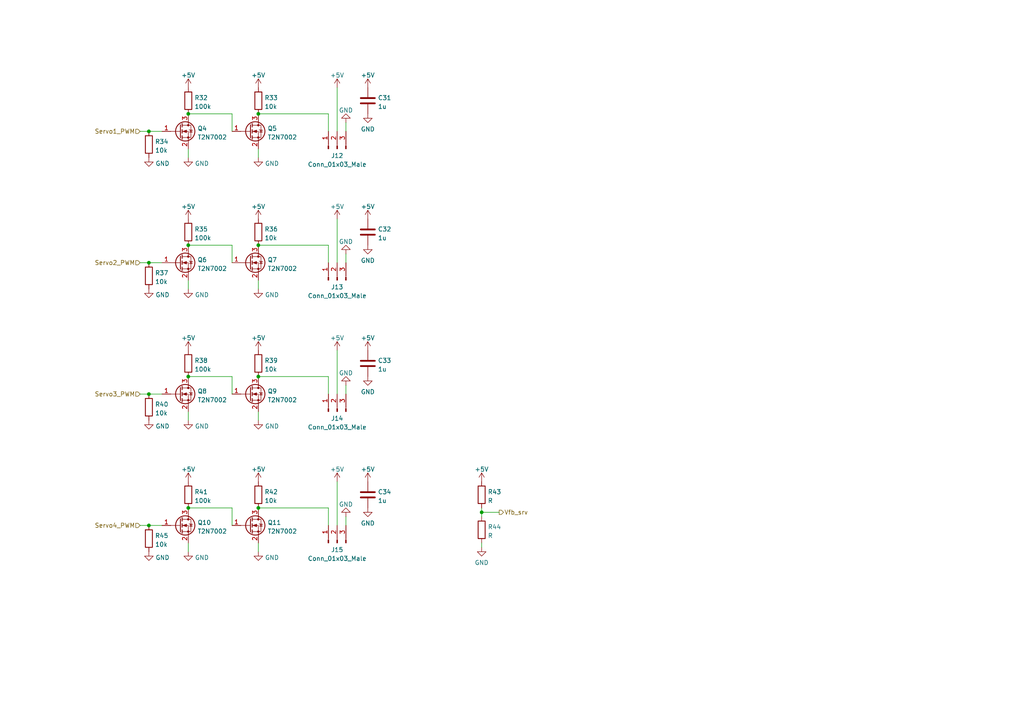
<source format=kicad_sch>
(kicad_sch (version 20211123) (generator eeschema)

  (uuid 24b1a6a4-7e4d-4c10-8d80-e7472bdabc3d)

  (paper "A4")

  (lib_symbols
    (symbol "Connector:Conn_01x03_Male" (pin_names (offset 1.016) hide) (in_bom yes) (on_board yes)
      (property "Reference" "J" (id 0) (at 0 5.08 0)
        (effects (font (size 1.27 1.27)))
      )
      (property "Value" "Conn_01x03_Male" (id 1) (at 0 -5.08 0)
        (effects (font (size 1.27 1.27)))
      )
      (property "Footprint" "" (id 2) (at 0 0 0)
        (effects (font (size 1.27 1.27)) hide)
      )
      (property "Datasheet" "~" (id 3) (at 0 0 0)
        (effects (font (size 1.27 1.27)) hide)
      )
      (property "ki_keywords" "connector" (id 4) (at 0 0 0)
        (effects (font (size 1.27 1.27)) hide)
      )
      (property "ki_description" "Generic connector, single row, 01x03, script generated (kicad-library-utils/schlib/autogen/connector/)" (id 5) (at 0 0 0)
        (effects (font (size 1.27 1.27)) hide)
      )
      (property "ki_fp_filters" "Connector*:*_1x??_*" (id 6) (at 0 0 0)
        (effects (font (size 1.27 1.27)) hide)
      )
      (symbol "Conn_01x03_Male_1_1"
        (polyline
          (pts
            (xy 1.27 -2.54)
            (xy 0.8636 -2.54)
          )
          (stroke (width 0.1524) (type default) (color 0 0 0 0))
          (fill (type none))
        )
        (polyline
          (pts
            (xy 1.27 0)
            (xy 0.8636 0)
          )
          (stroke (width 0.1524) (type default) (color 0 0 0 0))
          (fill (type none))
        )
        (polyline
          (pts
            (xy 1.27 2.54)
            (xy 0.8636 2.54)
          )
          (stroke (width 0.1524) (type default) (color 0 0 0 0))
          (fill (type none))
        )
        (rectangle (start 0.8636 -2.413) (end 0 -2.667)
          (stroke (width 0.1524) (type default) (color 0 0 0 0))
          (fill (type outline))
        )
        (rectangle (start 0.8636 0.127) (end 0 -0.127)
          (stroke (width 0.1524) (type default) (color 0 0 0 0))
          (fill (type outline))
        )
        (rectangle (start 0.8636 2.667) (end 0 2.413)
          (stroke (width 0.1524) (type default) (color 0 0 0 0))
          (fill (type outline))
        )
        (pin passive line (at 5.08 2.54 180) (length 3.81)
          (name "Pin_1" (effects (font (size 1.27 1.27))))
          (number "1" (effects (font (size 1.27 1.27))))
        )
        (pin passive line (at 5.08 0 180) (length 3.81)
          (name "Pin_2" (effects (font (size 1.27 1.27))))
          (number "2" (effects (font (size 1.27 1.27))))
        )
        (pin passive line (at 5.08 -2.54 180) (length 3.81)
          (name "Pin_3" (effects (font (size 1.27 1.27))))
          (number "3" (effects (font (size 1.27 1.27))))
        )
      )
    )
    (symbol "Device:C" (pin_numbers hide) (pin_names (offset 0.254)) (in_bom yes) (on_board yes)
      (property "Reference" "C" (id 0) (at 0.635 2.54 0)
        (effects (font (size 1.27 1.27)) (justify left))
      )
      (property "Value" "C" (id 1) (at 0.635 -2.54 0)
        (effects (font (size 1.27 1.27)) (justify left))
      )
      (property "Footprint" "" (id 2) (at 0.9652 -3.81 0)
        (effects (font (size 1.27 1.27)) hide)
      )
      (property "Datasheet" "~" (id 3) (at 0 0 0)
        (effects (font (size 1.27 1.27)) hide)
      )
      (property "ki_keywords" "cap capacitor" (id 4) (at 0 0 0)
        (effects (font (size 1.27 1.27)) hide)
      )
      (property "ki_description" "Unpolarized capacitor" (id 5) (at 0 0 0)
        (effects (font (size 1.27 1.27)) hide)
      )
      (property "ki_fp_filters" "C_*" (id 6) (at 0 0 0)
        (effects (font (size 1.27 1.27)) hide)
      )
      (symbol "C_0_1"
        (polyline
          (pts
            (xy -2.032 -0.762)
            (xy 2.032 -0.762)
          )
          (stroke (width 0.508) (type default) (color 0 0 0 0))
          (fill (type none))
        )
        (polyline
          (pts
            (xy -2.032 0.762)
            (xy 2.032 0.762)
          )
          (stroke (width 0.508) (type default) (color 0 0 0 0))
          (fill (type none))
        )
      )
      (symbol "C_1_1"
        (pin passive line (at 0 3.81 270) (length 2.794)
          (name "~" (effects (font (size 1.27 1.27))))
          (number "1" (effects (font (size 1.27 1.27))))
        )
        (pin passive line (at 0 -3.81 90) (length 2.794)
          (name "~" (effects (font (size 1.27 1.27))))
          (number "2" (effects (font (size 1.27 1.27))))
        )
      )
    )
    (symbol "Device:Q_NMOS_GSD" (pin_names (offset 0) hide) (in_bom yes) (on_board yes)
      (property "Reference" "Q" (id 0) (at 5.08 1.27 0)
        (effects (font (size 1.27 1.27)) (justify left))
      )
      (property "Value" "Q_NMOS_GSD" (id 1) (at 5.08 -1.27 0)
        (effects (font (size 1.27 1.27)) (justify left))
      )
      (property "Footprint" "" (id 2) (at 5.08 2.54 0)
        (effects (font (size 1.27 1.27)) hide)
      )
      (property "Datasheet" "~" (id 3) (at 0 0 0)
        (effects (font (size 1.27 1.27)) hide)
      )
      (property "ki_keywords" "transistor NMOS N-MOS N-MOSFET" (id 4) (at 0 0 0)
        (effects (font (size 1.27 1.27)) hide)
      )
      (property "ki_description" "N-MOSFET transistor, gate/source/drain" (id 5) (at 0 0 0)
        (effects (font (size 1.27 1.27)) hide)
      )
      (symbol "Q_NMOS_GSD_0_1"
        (polyline
          (pts
            (xy 0.254 0)
            (xy -2.54 0)
          )
          (stroke (width 0) (type default) (color 0 0 0 0))
          (fill (type none))
        )
        (polyline
          (pts
            (xy 0.254 1.905)
            (xy 0.254 -1.905)
          )
          (stroke (width 0.254) (type default) (color 0 0 0 0))
          (fill (type none))
        )
        (polyline
          (pts
            (xy 0.762 -1.27)
            (xy 0.762 -2.286)
          )
          (stroke (width 0.254) (type default) (color 0 0 0 0))
          (fill (type none))
        )
        (polyline
          (pts
            (xy 0.762 0.508)
            (xy 0.762 -0.508)
          )
          (stroke (width 0.254) (type default) (color 0 0 0 0))
          (fill (type none))
        )
        (polyline
          (pts
            (xy 0.762 2.286)
            (xy 0.762 1.27)
          )
          (stroke (width 0.254) (type default) (color 0 0 0 0))
          (fill (type none))
        )
        (polyline
          (pts
            (xy 2.54 2.54)
            (xy 2.54 1.778)
          )
          (stroke (width 0) (type default) (color 0 0 0 0))
          (fill (type none))
        )
        (polyline
          (pts
            (xy 2.54 -2.54)
            (xy 2.54 0)
            (xy 0.762 0)
          )
          (stroke (width 0) (type default) (color 0 0 0 0))
          (fill (type none))
        )
        (polyline
          (pts
            (xy 0.762 -1.778)
            (xy 3.302 -1.778)
            (xy 3.302 1.778)
            (xy 0.762 1.778)
          )
          (stroke (width 0) (type default) (color 0 0 0 0))
          (fill (type none))
        )
        (polyline
          (pts
            (xy 1.016 0)
            (xy 2.032 0.381)
            (xy 2.032 -0.381)
            (xy 1.016 0)
          )
          (stroke (width 0) (type default) (color 0 0 0 0))
          (fill (type outline))
        )
        (polyline
          (pts
            (xy 2.794 0.508)
            (xy 2.921 0.381)
            (xy 3.683 0.381)
            (xy 3.81 0.254)
          )
          (stroke (width 0) (type default) (color 0 0 0 0))
          (fill (type none))
        )
        (polyline
          (pts
            (xy 3.302 0.381)
            (xy 2.921 -0.254)
            (xy 3.683 -0.254)
            (xy 3.302 0.381)
          )
          (stroke (width 0) (type default) (color 0 0 0 0))
          (fill (type none))
        )
        (circle (center 1.651 0) (radius 2.794)
          (stroke (width 0.254) (type default) (color 0 0 0 0))
          (fill (type none))
        )
        (circle (center 2.54 -1.778) (radius 0.254)
          (stroke (width 0) (type default) (color 0 0 0 0))
          (fill (type outline))
        )
        (circle (center 2.54 1.778) (radius 0.254)
          (stroke (width 0) (type default) (color 0 0 0 0))
          (fill (type outline))
        )
      )
      (symbol "Q_NMOS_GSD_1_1"
        (pin input line (at -5.08 0 0) (length 2.54)
          (name "G" (effects (font (size 1.27 1.27))))
          (number "1" (effects (font (size 1.27 1.27))))
        )
        (pin passive line (at 2.54 -5.08 90) (length 2.54)
          (name "S" (effects (font (size 1.27 1.27))))
          (number "2" (effects (font (size 1.27 1.27))))
        )
        (pin passive line (at 2.54 5.08 270) (length 2.54)
          (name "D" (effects (font (size 1.27 1.27))))
          (number "3" (effects (font (size 1.27 1.27))))
        )
      )
    )
    (symbol "Device:R" (pin_numbers hide) (pin_names (offset 0)) (in_bom yes) (on_board yes)
      (property "Reference" "R" (id 0) (at 2.032 0 90)
        (effects (font (size 1.27 1.27)))
      )
      (property "Value" "R" (id 1) (at 0 0 90)
        (effects (font (size 1.27 1.27)))
      )
      (property "Footprint" "" (id 2) (at -1.778 0 90)
        (effects (font (size 1.27 1.27)) hide)
      )
      (property "Datasheet" "~" (id 3) (at 0 0 0)
        (effects (font (size 1.27 1.27)) hide)
      )
      (property "ki_keywords" "R res resistor" (id 4) (at 0 0 0)
        (effects (font (size 1.27 1.27)) hide)
      )
      (property "ki_description" "Resistor" (id 5) (at 0 0 0)
        (effects (font (size 1.27 1.27)) hide)
      )
      (property "ki_fp_filters" "R_*" (id 6) (at 0 0 0)
        (effects (font (size 1.27 1.27)) hide)
      )
      (symbol "R_0_1"
        (rectangle (start -1.016 -2.54) (end 1.016 2.54)
          (stroke (width 0.254) (type default) (color 0 0 0 0))
          (fill (type none))
        )
      )
      (symbol "R_1_1"
        (pin passive line (at 0 3.81 270) (length 1.27)
          (name "~" (effects (font (size 1.27 1.27))))
          (number "1" (effects (font (size 1.27 1.27))))
        )
        (pin passive line (at 0 -3.81 90) (length 1.27)
          (name "~" (effects (font (size 1.27 1.27))))
          (number "2" (effects (font (size 1.27 1.27))))
        )
      )
    )
    (symbol "power:+5V" (power) (pin_names (offset 0)) (in_bom yes) (on_board yes)
      (property "Reference" "#PWR" (id 0) (at 0 -3.81 0)
        (effects (font (size 1.27 1.27)) hide)
      )
      (property "Value" "+5V" (id 1) (at 0 3.556 0)
        (effects (font (size 1.27 1.27)))
      )
      (property "Footprint" "" (id 2) (at 0 0 0)
        (effects (font (size 1.27 1.27)) hide)
      )
      (property "Datasheet" "" (id 3) (at 0 0 0)
        (effects (font (size 1.27 1.27)) hide)
      )
      (property "ki_keywords" "power-flag" (id 4) (at 0 0 0)
        (effects (font (size 1.27 1.27)) hide)
      )
      (property "ki_description" "Power symbol creates a global label with name \"+5V\"" (id 5) (at 0 0 0)
        (effects (font (size 1.27 1.27)) hide)
      )
      (symbol "+5V_0_1"
        (polyline
          (pts
            (xy -0.762 1.27)
            (xy 0 2.54)
          )
          (stroke (width 0) (type default) (color 0 0 0 0))
          (fill (type none))
        )
        (polyline
          (pts
            (xy 0 0)
            (xy 0 2.54)
          )
          (stroke (width 0) (type default) (color 0 0 0 0))
          (fill (type none))
        )
        (polyline
          (pts
            (xy 0 2.54)
            (xy 0.762 1.27)
          )
          (stroke (width 0) (type default) (color 0 0 0 0))
          (fill (type none))
        )
      )
      (symbol "+5V_1_1"
        (pin power_in line (at 0 0 90) (length 0) hide
          (name "+5V" (effects (font (size 1.27 1.27))))
          (number "1" (effects (font (size 1.27 1.27))))
        )
      )
    )
    (symbol "power:GND" (power) (pin_names (offset 0)) (in_bom yes) (on_board yes)
      (property "Reference" "#PWR" (id 0) (at 0 -6.35 0)
        (effects (font (size 1.27 1.27)) hide)
      )
      (property "Value" "GND" (id 1) (at 0 -3.81 0)
        (effects (font (size 1.27 1.27)))
      )
      (property "Footprint" "" (id 2) (at 0 0 0)
        (effects (font (size 1.27 1.27)) hide)
      )
      (property "Datasheet" "" (id 3) (at 0 0 0)
        (effects (font (size 1.27 1.27)) hide)
      )
      (property "ki_keywords" "power-flag" (id 4) (at 0 0 0)
        (effects (font (size 1.27 1.27)) hide)
      )
      (property "ki_description" "Power symbol creates a global label with name \"GND\" , ground" (id 5) (at 0 0 0)
        (effects (font (size 1.27 1.27)) hide)
      )
      (symbol "GND_0_1"
        (polyline
          (pts
            (xy 0 0)
            (xy 0 -1.27)
            (xy 1.27 -1.27)
            (xy 0 -2.54)
            (xy -1.27 -1.27)
            (xy 0 -1.27)
          )
          (stroke (width 0) (type default) (color 0 0 0 0))
          (fill (type none))
        )
      )
      (symbol "GND_1_1"
        (pin power_in line (at 0 0 270) (length 0) hide
          (name "GND" (effects (font (size 1.27 1.27))))
          (number "1" (effects (font (size 1.27 1.27))))
        )
      )
    )
  )

  (junction (at 43.18 152.4) (diameter 0) (color 0 0 0 0)
    (uuid 3b194982-dbf2-488e-a929-8a3354c48f57)
  )
  (junction (at 74.93 71.12) (diameter 0) (color 0 0 0 0)
    (uuid 3dd86ae5-0858-45be-87b8-e824eba5e155)
  )
  (junction (at 139.7 148.59) (diameter 0) (color 0 0 0 0)
    (uuid 41622d12-7386-4865-80c2-4a0f67b0285f)
  )
  (junction (at 74.93 33.02) (diameter 0) (color 0 0 0 0)
    (uuid 4a8be1f3-2af2-4fc2-b55a-b1d1bca325ec)
  )
  (junction (at 43.18 38.1) (diameter 0) (color 0 0 0 0)
    (uuid 4b3a2aec-e7c5-4740-94b3-04133403ac1e)
  )
  (junction (at 74.93 147.32) (diameter 0) (color 0 0 0 0)
    (uuid 7b9b126d-afa6-42a7-a6e7-463701614f34)
  )
  (junction (at 54.61 147.32) (diameter 0) (color 0 0 0 0)
    (uuid 8c6937df-e65c-4f18-bf70-4dd3b4822e25)
  )
  (junction (at 54.61 109.22) (diameter 0) (color 0 0 0 0)
    (uuid 9c658637-9625-4db2-9369-a51637d377f2)
  )
  (junction (at 54.61 71.12) (diameter 0) (color 0 0 0 0)
    (uuid a118f267-48b6-4455-8423-43175c5c557c)
  )
  (junction (at 54.61 33.02) (diameter 0) (color 0 0 0 0)
    (uuid a385128b-ade5-4c38-a3cc-05fb811343d4)
  )
  (junction (at 43.18 114.3) (diameter 0) (color 0 0 0 0)
    (uuid cae4f149-0fb7-4188-8e78-f1920e275653)
  )
  (junction (at 43.18 76.2) (diameter 0) (color 0 0 0 0)
    (uuid e42c7bf6-632a-4adb-95a5-8aa496ab991e)
  )
  (junction (at 74.93 109.22) (diameter 0) (color 0 0 0 0)
    (uuid f148635d-8277-49ce-9e29-20f310dc7d1f)
  )

  (wire (pts (xy 67.31 147.32) (xy 54.61 147.32))
    (stroke (width 0) (type default) (color 0 0 0 0))
    (uuid 00bfe36a-b2cd-434d-9355-ffe3768dd6e7)
  )
  (wire (pts (xy 139.7 147.32) (xy 139.7 148.59))
    (stroke (width 0) (type default) (color 0 0 0 0))
    (uuid 0d7da0e7-2480-41a3-9894-3b415f7d7941)
  )
  (wire (pts (xy 74.93 109.22) (xy 95.25 109.22))
    (stroke (width 0) (type default) (color 0 0 0 0))
    (uuid 11b29729-5469-4c60-b9de-aa404efe19fb)
  )
  (wire (pts (xy 40.64 38.1) (xy 43.18 38.1))
    (stroke (width 0) (type default) (color 0 0 0 0))
    (uuid 121b3b4f-5c33-4513-97a8-b2e8e32e77e8)
  )
  (wire (pts (xy 67.31 33.02) (xy 54.61 33.02))
    (stroke (width 0) (type default) (color 0 0 0 0))
    (uuid 15f14a06-dc89-49f7-8653-20c262456216)
  )
  (wire (pts (xy 97.79 101.6) (xy 97.79 114.3))
    (stroke (width 0) (type default) (color 0 0 0 0))
    (uuid 18eec870-2168-48bd-913d-a9631c79d6d2)
  )
  (wire (pts (xy 54.61 83.82) (xy 54.61 81.28))
    (stroke (width 0) (type default) (color 0 0 0 0))
    (uuid 1fc57048-d6b4-453d-a495-ddcade8eba01)
  )
  (wire (pts (xy 54.61 121.92) (xy 54.61 119.38))
    (stroke (width 0) (type default) (color 0 0 0 0))
    (uuid 21583884-c0ff-4419-b885-7aa3ab6aae9c)
  )
  (wire (pts (xy 67.31 152.4) (xy 67.31 147.32))
    (stroke (width 0) (type default) (color 0 0 0 0))
    (uuid 26efde96-3c07-4403-a1b4-2d0b0458b611)
  )
  (wire (pts (xy 43.18 152.4) (xy 46.99 152.4))
    (stroke (width 0) (type default) (color 0 0 0 0))
    (uuid 290eac24-e375-4abb-90aa-8f514ef85915)
  )
  (wire (pts (xy 95.25 33.02) (xy 95.25 38.1))
    (stroke (width 0) (type default) (color 0 0 0 0))
    (uuid 29ac4794-ea47-407a-be29-a268936ae3eb)
  )
  (wire (pts (xy 100.33 111.76) (xy 100.33 114.3))
    (stroke (width 0) (type default) (color 0 0 0 0))
    (uuid 2a4f15ef-f298-45ea-b67d-988495ec3075)
  )
  (wire (pts (xy 139.7 158.75) (xy 139.7 157.48))
    (stroke (width 0) (type default) (color 0 0 0 0))
    (uuid 384a50ed-57a3-412a-97e8-fc0a863db5bd)
  )
  (wire (pts (xy 40.64 114.3) (xy 43.18 114.3))
    (stroke (width 0) (type default) (color 0 0 0 0))
    (uuid 562025d8-d388-4bdc-b2eb-dae801a2b678)
  )
  (wire (pts (xy 74.93 121.92) (xy 74.93 119.38))
    (stroke (width 0) (type default) (color 0 0 0 0))
    (uuid 5c040f82-4f11-44d3-ab2b-094ee3f64694)
  )
  (wire (pts (xy 74.93 147.32) (xy 95.25 147.32))
    (stroke (width 0) (type default) (color 0 0 0 0))
    (uuid 602054f2-3aa2-4f65-a0b9-4575841c0943)
  )
  (wire (pts (xy 97.79 63.5) (xy 97.79 76.2))
    (stroke (width 0) (type default) (color 0 0 0 0))
    (uuid 6336902d-290d-4b4a-b3af-7f73bcefb9de)
  )
  (wire (pts (xy 40.64 152.4) (xy 43.18 152.4))
    (stroke (width 0) (type default) (color 0 0 0 0))
    (uuid 67b9a8a2-0e09-4f56-af34-8bb4391122a7)
  )
  (wire (pts (xy 100.33 35.56) (xy 100.33 38.1))
    (stroke (width 0) (type default) (color 0 0 0 0))
    (uuid 6908523e-ee94-4043-8652-d3550d4b6d53)
  )
  (wire (pts (xy 95.25 147.32) (xy 95.25 152.4))
    (stroke (width 0) (type default) (color 0 0 0 0))
    (uuid 6bca89a1-3a07-4e30-acf3-ecb2314f053f)
  )
  (wire (pts (xy 67.31 38.1) (xy 67.31 33.02))
    (stroke (width 0) (type default) (color 0 0 0 0))
    (uuid 765d5c2e-eff8-48e5-9208-cfbf6efcb375)
  )
  (wire (pts (xy 43.18 114.3) (xy 46.99 114.3))
    (stroke (width 0) (type default) (color 0 0 0 0))
    (uuid 899211ac-6809-4310-89d3-3c558cac5739)
  )
  (wire (pts (xy 54.61 160.02) (xy 54.61 157.48))
    (stroke (width 0) (type default) (color 0 0 0 0))
    (uuid 8d19992d-93d0-4e12-a5d9-ac0793db6851)
  )
  (wire (pts (xy 97.79 139.7) (xy 97.79 152.4))
    (stroke (width 0) (type default) (color 0 0 0 0))
    (uuid 91af3c17-19e3-4456-84ce-2a14cab8651a)
  )
  (wire (pts (xy 100.33 149.86) (xy 100.33 152.4))
    (stroke (width 0) (type default) (color 0 0 0 0))
    (uuid 9409fb4d-ce6c-4080-96b1-80caeccbf592)
  )
  (wire (pts (xy 67.31 109.22) (xy 54.61 109.22))
    (stroke (width 0) (type default) (color 0 0 0 0))
    (uuid 98855aff-b359-4dab-9511-ed06aefd55fe)
  )
  (wire (pts (xy 74.93 83.82) (xy 74.93 81.28))
    (stroke (width 0) (type default) (color 0 0 0 0))
    (uuid aca5fe5a-db86-4f23-8114-fa0f23cf0ac0)
  )
  (wire (pts (xy 43.18 76.2) (xy 46.99 76.2))
    (stroke (width 0) (type default) (color 0 0 0 0))
    (uuid ace5feba-ab5a-42fc-9407-feec6e261601)
  )
  (wire (pts (xy 74.93 33.02) (xy 95.25 33.02))
    (stroke (width 0) (type default) (color 0 0 0 0))
    (uuid afa8e32f-01bf-445f-aa4e-5efbb59c6234)
  )
  (wire (pts (xy 67.31 114.3) (xy 67.31 109.22))
    (stroke (width 0) (type default) (color 0 0 0 0))
    (uuid baae5fab-60b6-4f5e-9eb1-0a201b14ddbf)
  )
  (wire (pts (xy 67.31 76.2) (xy 67.31 71.12))
    (stroke (width 0) (type default) (color 0 0 0 0))
    (uuid bd91e5ac-aab4-4f03-8f0f-bc0800d702f4)
  )
  (wire (pts (xy 74.93 45.72) (xy 74.93 43.18))
    (stroke (width 0) (type default) (color 0 0 0 0))
    (uuid ccd928a2-82b1-4094-8780-9b47b1ea5c95)
  )
  (wire (pts (xy 139.7 148.59) (xy 139.7 149.86))
    (stroke (width 0) (type default) (color 0 0 0 0))
    (uuid cd299203-5d1c-45d6-9290-8b975237154a)
  )
  (wire (pts (xy 54.61 45.72) (xy 54.61 43.18))
    (stroke (width 0) (type default) (color 0 0 0 0))
    (uuid cd39b0aa-d00c-4047-b52a-170e6fc89dfd)
  )
  (wire (pts (xy 95.25 71.12) (xy 95.25 76.2))
    (stroke (width 0) (type default) (color 0 0 0 0))
    (uuid d64ed849-8596-43f9-bed7-969b979aee5d)
  )
  (wire (pts (xy 139.7 148.59) (xy 144.78 148.59))
    (stroke (width 0) (type default) (color 0 0 0 0))
    (uuid d9e3d429-294c-447e-82d3-c88c057becf5)
  )
  (wire (pts (xy 74.93 160.02) (xy 74.93 157.48))
    (stroke (width 0) (type default) (color 0 0 0 0))
    (uuid dfc75bf3-468d-4666-ba8d-bf0cb138ccd9)
  )
  (wire (pts (xy 74.93 71.12) (xy 95.25 71.12))
    (stroke (width 0) (type default) (color 0 0 0 0))
    (uuid e6c03671-ed28-4759-9059-ea425e8e8d41)
  )
  (wire (pts (xy 43.18 38.1) (xy 46.99 38.1))
    (stroke (width 0) (type default) (color 0 0 0 0))
    (uuid ee1f844f-72e6-4026-8acb-e4a4f43d96f4)
  )
  (wire (pts (xy 100.33 73.66) (xy 100.33 76.2))
    (stroke (width 0) (type default) (color 0 0 0 0))
    (uuid ef8099db-620b-48f9-93c0-af5adf9d21b3)
  )
  (wire (pts (xy 67.31 71.12) (xy 54.61 71.12))
    (stroke (width 0) (type default) (color 0 0 0 0))
    (uuid f19f37c9-4362-4817-af57-344ab92a2d65)
  )
  (wire (pts (xy 97.79 25.4) (xy 97.79 38.1))
    (stroke (width 0) (type default) (color 0 0 0 0))
    (uuid f841008e-ec6e-415f-a6e9-47e2946026bd)
  )
  (wire (pts (xy 95.25 109.22) (xy 95.25 114.3))
    (stroke (width 0) (type default) (color 0 0 0 0))
    (uuid f87c065f-1e52-4936-bad1-7d41a5ef51be)
  )
  (wire (pts (xy 40.64 76.2) (xy 43.18 76.2))
    (stroke (width 0) (type default) (color 0 0 0 0))
    (uuid fa22b723-4612-416d-a5a2-9cc56b3a98ad)
  )

  (hierarchical_label "Servo2_PWM" (shape input) (at 40.64 76.2 180)
    (effects (font (size 1.27 1.27)) (justify right))
    (uuid 1bbcb02a-c306-4e33-b7b4-a9511952de5f)
  )
  (hierarchical_label "Servo1_PWM" (shape input) (at 40.64 38.1 180)
    (effects (font (size 1.27 1.27)) (justify right))
    (uuid 2436675d-8059-40f0-9798-b4c4e36e603c)
  )
  (hierarchical_label "Vfb_srv" (shape output) (at 144.78 148.59 0)
    (effects (font (size 1.27 1.27)) (justify left))
    (uuid 2dbecb31-c6f1-4104-b7f2-e8b5d9134d45)
  )
  (hierarchical_label "Servo4_PWM" (shape input) (at 40.64 152.4 180)
    (effects (font (size 1.27 1.27)) (justify right))
    (uuid 3ca8ba44-1e3e-4630-b9bd-7d671bdb5d98)
  )
  (hierarchical_label "Servo3_PWM" (shape input) (at 40.64 114.3 180)
    (effects (font (size 1.27 1.27)) (justify right))
    (uuid 90b320d4-c3c4-45be-b463-031aad3dfefe)
  )

  (symbol (lib_id "power:+5V") (at 97.79 25.4 0) (unit 1)
    (in_bom yes) (on_board yes) (fields_autoplaced)
    (uuid 0718e045-ed5e-429f-bec9-2e6539f1691a)
    (property "Reference" "#PWR096" (id 0) (at 97.79 29.21 0)
      (effects (font (size 1.27 1.27)) hide)
    )
    (property "Value" "+5V" (id 1) (at 97.79 21.8242 0))
    (property "Footprint" "" (id 2) (at 97.79 25.4 0)
      (effects (font (size 1.27 1.27)) hide)
    )
    (property "Datasheet" "" (id 3) (at 97.79 25.4 0)
      (effects (font (size 1.27 1.27)) hide)
    )
    (pin "1" (uuid be5f1355-e0d2-4e46-8ebc-7766194e3b06))
  )

  (symbol (lib_id "Device:Q_NMOS_GSD") (at 72.39 152.4 0) (unit 1)
    (in_bom yes) (on_board yes) (fields_autoplaced)
    (uuid 08016b8c-5914-4613-b930-9580161b69c1)
    (property "Reference" "Q11" (id 0) (at 77.597 151.5653 0)
      (effects (font (size 1.27 1.27)) (justify left))
    )
    (property "Value" "T2N7002" (id 1) (at 77.597 154.1022 0)
      (effects (font (size 1.27 1.27)) (justify left))
    )
    (property "Footprint" "Package_TO_SOT_SMD:SOT-23" (id 2) (at 77.47 149.86 0)
      (effects (font (size 1.27 1.27)) hide)
    )
    (property "Datasheet" "~" (id 3) (at 72.39 152.4 0)
      (effects (font (size 1.27 1.27)) hide)
    )
    (pin "1" (uuid cc53d584-8726-421a-adaa-f35222491ef1))
    (pin "2" (uuid a7ec99dc-a933-4c12-8dff-46e7561741c4))
    (pin "3" (uuid 75059ab1-01b5-489a-9563-346027b38608))
  )

  (symbol (lib_id "power:GND") (at 106.68 33.02 0) (unit 1)
    (in_bom yes) (on_board yes) (fields_autoplaced)
    (uuid 1151f282-dd5b-4fed-8544-ac44821a63a0)
    (property "Reference" "#PWR098" (id 0) (at 106.68 39.37 0)
      (effects (font (size 1.27 1.27)) hide)
    )
    (property "Value" "GND" (id 1) (at 106.68 37.4634 0))
    (property "Footprint" "" (id 2) (at 106.68 33.02 0)
      (effects (font (size 1.27 1.27)) hide)
    )
    (property "Datasheet" "" (id 3) (at 106.68 33.02 0)
      (effects (font (size 1.27 1.27)) hide)
    )
    (pin "1" (uuid 80f203c3-ab67-4788-b4cd-723970d92887))
  )

  (symbol (lib_id "Device:R") (at 43.18 80.01 0) (unit 1)
    (in_bom yes) (on_board yes) (fields_autoplaced)
    (uuid 128973a7-71ae-412e-a5b5-fb916ff769e7)
    (property "Reference" "R37" (id 0) (at 44.958 79.1753 0)
      (effects (font (size 1.27 1.27)) (justify left))
    )
    (property "Value" "10k" (id 1) (at 44.958 81.7122 0)
      (effects (font (size 1.27 1.27)) (justify left))
    )
    (property "Footprint" "Resistor_SMD:R_0805_2012Metric_Pad1.20x1.40mm_HandSolder" (id 2) (at 41.402 80.01 90)
      (effects (font (size 1.27 1.27)) hide)
    )
    (property "Datasheet" "~" (id 3) (at 43.18 80.01 0)
      (effects (font (size 1.27 1.27)) hide)
    )
    (pin "1" (uuid 240ac664-7a20-4a04-9d36-f283798c8822))
    (pin "2" (uuid 2180b55d-558e-4113-85a4-4865b470e8a7))
  )

  (symbol (lib_id "Device:R") (at 43.18 156.21 0) (unit 1)
    (in_bom yes) (on_board yes) (fields_autoplaced)
    (uuid 136b22f3-825a-4ccc-a524-01607b2acb77)
    (property "Reference" "R45" (id 0) (at 44.958 155.3753 0)
      (effects (font (size 1.27 1.27)) (justify left))
    )
    (property "Value" "10k" (id 1) (at 44.958 157.9122 0)
      (effects (font (size 1.27 1.27)) (justify left))
    )
    (property "Footprint" "Resistor_SMD:R_0805_2012Metric_Pad1.20x1.40mm_HandSolder" (id 2) (at 41.402 156.21 90)
      (effects (font (size 1.27 1.27)) hide)
    )
    (property "Datasheet" "~" (id 3) (at 43.18 156.21 0)
      (effects (font (size 1.27 1.27)) hide)
    )
    (pin "1" (uuid ccce6c4b-bbfd-4c15-a685-461bec2c1f6e))
    (pin "2" (uuid 797c496e-5930-4c94-a9e6-69bd5736a345))
  )

  (symbol (lib_id "power:+5V") (at 97.79 101.6 0) (unit 1)
    (in_bom yes) (on_board yes) (fields_autoplaced)
    (uuid 15c040b9-cd2c-4d27-af3d-30b3a472da88)
    (property "Reference" "#PWR0114" (id 0) (at 97.79 105.41 0)
      (effects (font (size 1.27 1.27)) hide)
    )
    (property "Value" "+5V" (id 1) (at 97.79 98.0242 0))
    (property "Footprint" "" (id 2) (at 97.79 101.6 0)
      (effects (font (size 1.27 1.27)) hide)
    )
    (property "Datasheet" "" (id 3) (at 97.79 101.6 0)
      (effects (font (size 1.27 1.27)) hide)
    )
    (pin "1" (uuid eaaab28e-6385-4832-9712-e8ec694329ac))
  )

  (symbol (lib_id "power:GND") (at 74.93 45.72 0) (unit 1)
    (in_bom yes) (on_board yes) (fields_autoplaced)
    (uuid 169c22a3-deb5-4939-846b-8ff7992eaaa6)
    (property "Reference" "#PWR0102" (id 0) (at 74.93 52.07 0)
      (effects (font (size 1.27 1.27)) hide)
    )
    (property "Value" "GND" (id 1) (at 76.835 47.4238 0)
      (effects (font (size 1.27 1.27)) (justify left))
    )
    (property "Footprint" "" (id 2) (at 74.93 45.72 0)
      (effects (font (size 1.27 1.27)) hide)
    )
    (property "Datasheet" "" (id 3) (at 74.93 45.72 0)
      (effects (font (size 1.27 1.27)) hide)
    )
    (pin "1" (uuid 23d44f88-dffe-4721-86a9-7d50ed513bdb))
  )

  (symbol (lib_id "power:GND") (at 139.7 158.75 0) (unit 1)
    (in_bom yes) (on_board yes) (fields_autoplaced)
    (uuid 178b7864-c814-4e68-937e-cff86372fda8)
    (property "Reference" "#PWR0128" (id 0) (at 139.7 165.1 0)
      (effects (font (size 1.27 1.27)) hide)
    )
    (property "Value" "GND" (id 1) (at 139.7 163.1934 0))
    (property "Footprint" "" (id 2) (at 139.7 158.75 0)
      (effects (font (size 1.27 1.27)) hide)
    )
    (property "Datasheet" "" (id 3) (at 139.7 158.75 0)
      (effects (font (size 1.27 1.27)) hide)
    )
    (pin "1" (uuid 6fadc35a-f51a-4ca8-8ede-b5be817dfe58))
  )

  (symbol (lib_id "power:GND") (at 74.93 160.02 0) (unit 1)
    (in_bom yes) (on_board yes) (fields_autoplaced)
    (uuid 19392311-c3df-40ca-9caa-8fe7d40e1859)
    (property "Reference" "#PWR0131" (id 0) (at 74.93 166.37 0)
      (effects (font (size 1.27 1.27)) hide)
    )
    (property "Value" "GND" (id 1) (at 76.835 161.7238 0)
      (effects (font (size 1.27 1.27)) (justify left))
    )
    (property "Footprint" "" (id 2) (at 74.93 160.02 0)
      (effects (font (size 1.27 1.27)) hide)
    )
    (property "Datasheet" "" (id 3) (at 74.93 160.02 0)
      (effects (font (size 1.27 1.27)) hide)
    )
    (pin "1" (uuid df001dfa-0aaf-46fe-afe7-3c5f03ce9724))
  )

  (symbol (lib_id "power:GND") (at 74.93 121.92 0) (unit 1)
    (in_bom yes) (on_board yes) (fields_autoplaced)
    (uuid 1e01cd8a-d0e6-49a3-8889-a4f9c268173e)
    (property "Reference" "#PWR0120" (id 0) (at 74.93 128.27 0)
      (effects (font (size 1.27 1.27)) hide)
    )
    (property "Value" "GND" (id 1) (at 76.835 123.6238 0)
      (effects (font (size 1.27 1.27)) (justify left))
    )
    (property "Footprint" "" (id 2) (at 74.93 121.92 0)
      (effects (font (size 1.27 1.27)) hide)
    )
    (property "Datasheet" "" (id 3) (at 74.93 121.92 0)
      (effects (font (size 1.27 1.27)) hide)
    )
    (pin "1" (uuid 6866eb9e-073a-4bc6-8a2a-2eebb7e13931))
  )

  (symbol (lib_id "Device:R") (at 54.61 67.31 0) (unit 1)
    (in_bom yes) (on_board yes) (fields_autoplaced)
    (uuid 1e696127-a775-4cfa-96c6-67cbc13a0b50)
    (property "Reference" "R35" (id 0) (at 56.388 66.4753 0)
      (effects (font (size 1.27 1.27)) (justify left))
    )
    (property "Value" "100k" (id 1) (at 56.388 69.0122 0)
      (effects (font (size 1.27 1.27)) (justify left))
    )
    (property "Footprint" "Resistor_SMD:R_0805_2012Metric_Pad1.20x1.40mm_HandSolder" (id 2) (at 52.832 67.31 90)
      (effects (font (size 1.27 1.27)) hide)
    )
    (property "Datasheet" "~" (id 3) (at 54.61 67.31 0)
      (effects (font (size 1.27 1.27)) hide)
    )
    (pin "1" (uuid 83a9b13b-8a95-46b4-b556-fc75a52b32bf))
    (pin "2" (uuid fa14208e-11f9-4de3-a5f0-ccda64fd7048))
  )

  (symbol (lib_id "Device:R") (at 139.7 153.67 0) (unit 1)
    (in_bom yes) (on_board yes) (fields_autoplaced)
    (uuid 2194e2a2-a932-414a-bd47-b375e7526668)
    (property "Reference" "R44" (id 0) (at 141.478 152.8353 0)
      (effects (font (size 1.27 1.27)) (justify left))
    )
    (property "Value" "R" (id 1) (at 141.478 155.3722 0)
      (effects (font (size 1.27 1.27)) (justify left))
    )
    (property "Footprint" "Resistor_SMD:R_0805_2012Metric_Pad1.20x1.40mm_HandSolder" (id 2) (at 137.922 153.67 90)
      (effects (font (size 1.27 1.27)) hide)
    )
    (property "Datasheet" "~" (id 3) (at 139.7 153.67 0)
      (effects (font (size 1.27 1.27)) hide)
    )
    (pin "1" (uuid f808faef-b085-47a0-9a35-93e8ef2a5dfe))
    (pin "2" (uuid a84eb86b-44df-4323-8118-fef38d1e0482))
  )

  (symbol (lib_id "power:+5V") (at 74.93 101.6 0) (unit 1)
    (in_bom yes) (on_board yes) (fields_autoplaced)
    (uuid 2453e479-be42-403d-9e8e-2fcf9b94864d)
    (property "Reference" "#PWR0113" (id 0) (at 74.93 105.41 0)
      (effects (font (size 1.27 1.27)) hide)
    )
    (property "Value" "+5V" (id 1) (at 74.93 98.0242 0))
    (property "Footprint" "" (id 2) (at 74.93 101.6 0)
      (effects (font (size 1.27 1.27)) hide)
    )
    (property "Datasheet" "" (id 3) (at 74.93 101.6 0)
      (effects (font (size 1.27 1.27)) hide)
    )
    (pin "1" (uuid df13491a-7430-4a89-8eeb-0010bc185c18))
  )

  (symbol (lib_id "power:+5V") (at 106.68 101.6 0) (unit 1)
    (in_bom yes) (on_board yes) (fields_autoplaced)
    (uuid 292f8605-0b36-40f6-a0d8-0f88d186df25)
    (property "Reference" "#PWR0115" (id 0) (at 106.68 105.41 0)
      (effects (font (size 1.27 1.27)) hide)
    )
    (property "Value" "+5V" (id 1) (at 106.68 98.0242 0))
    (property "Footprint" "" (id 2) (at 106.68 101.6 0)
      (effects (font (size 1.27 1.27)) hide)
    )
    (property "Datasheet" "" (id 3) (at 106.68 101.6 0)
      (effects (font (size 1.27 1.27)) hide)
    )
    (pin "1" (uuid 990e2be6-c3d5-4572-8c3e-a1f8158623f7))
  )

  (symbol (lib_id "Device:R") (at 139.7 143.51 0) (unit 1)
    (in_bom yes) (on_board yes) (fields_autoplaced)
    (uuid 29330ef1-43cd-4f2f-9598-9dcac7fb9963)
    (property "Reference" "R43" (id 0) (at 141.478 142.6753 0)
      (effects (font (size 1.27 1.27)) (justify left))
    )
    (property "Value" "R" (id 1) (at 141.478 145.2122 0)
      (effects (font (size 1.27 1.27)) (justify left))
    )
    (property "Footprint" "Resistor_SMD:R_0805_2012Metric_Pad1.20x1.40mm_HandSolder" (id 2) (at 137.922 143.51 90)
      (effects (font (size 1.27 1.27)) hide)
    )
    (property "Datasheet" "~" (id 3) (at 139.7 143.51 0)
      (effects (font (size 1.27 1.27)) hide)
    )
    (pin "1" (uuid d3e30586-a44b-4ec0-90ca-86e74fcc4331))
    (pin "2" (uuid db4f3a22-a999-4de1-a6f7-8d3bc7629250))
  )

  (symbol (lib_id "Device:R") (at 74.93 67.31 0) (unit 1)
    (in_bom yes) (on_board yes) (fields_autoplaced)
    (uuid 2b811be9-b721-4403-b304-87102b64a11c)
    (property "Reference" "R36" (id 0) (at 76.708 66.4753 0)
      (effects (font (size 1.27 1.27)) (justify left))
    )
    (property "Value" "10k" (id 1) (at 76.708 69.0122 0)
      (effects (font (size 1.27 1.27)) (justify left))
    )
    (property "Footprint" "Resistor_SMD:R_0805_2012Metric_Pad1.20x1.40mm_HandSolder" (id 2) (at 73.152 67.31 90)
      (effects (font (size 1.27 1.27)) hide)
    )
    (property "Datasheet" "~" (id 3) (at 74.93 67.31 0)
      (effects (font (size 1.27 1.27)) hide)
    )
    (pin "1" (uuid 78afcd25-bfe3-4a36-97b2-ef620b93227b))
    (pin "2" (uuid 9df1c13c-0021-4dc7-9280-172c142aa920))
  )

  (symbol (lib_id "Device:Q_NMOS_GSD") (at 72.39 114.3 0) (unit 1)
    (in_bom yes) (on_board yes) (fields_autoplaced)
    (uuid 2f1ffa81-1544-4154-9eb9-7fb1b9dde322)
    (property "Reference" "Q9" (id 0) (at 77.597 113.4653 0)
      (effects (font (size 1.27 1.27)) (justify left))
    )
    (property "Value" "T2N7002" (id 1) (at 77.597 116.0022 0)
      (effects (font (size 1.27 1.27)) (justify left))
    )
    (property "Footprint" "Package_TO_SOT_SMD:SOT-23" (id 2) (at 77.47 111.76 0)
      (effects (font (size 1.27 1.27)) hide)
    )
    (property "Datasheet" "~" (id 3) (at 72.39 114.3 0)
      (effects (font (size 1.27 1.27)) hide)
    )
    (pin "1" (uuid 6b98deb2-c17d-43ca-a00e-e43e2abe1cd7))
    (pin "2" (uuid 9ec4dcc1-a62c-4ccc-b80a-2f923023f6c4))
    (pin "3" (uuid 2b3d6253-6326-49c7-a918-b054ca8f170c))
  )

  (symbol (lib_id "power:GND") (at 43.18 83.82 0) (unit 1)
    (in_bom yes) (on_board yes) (fields_autoplaced)
    (uuid 341a0b69-9e5e-4e8b-bf78-edec6518bd38)
    (property "Reference" "#PWR0109" (id 0) (at 43.18 90.17 0)
      (effects (font (size 1.27 1.27)) hide)
    )
    (property "Value" "GND" (id 1) (at 45.085 85.5238 0)
      (effects (font (size 1.27 1.27)) (justify left))
    )
    (property "Footprint" "" (id 2) (at 43.18 83.82 0)
      (effects (font (size 1.27 1.27)) hide)
    )
    (property "Datasheet" "" (id 3) (at 43.18 83.82 0)
      (effects (font (size 1.27 1.27)) hide)
    )
    (pin "1" (uuid 654e293e-489c-4777-982e-f0329042a1e2))
  )

  (symbol (lib_id "power:+5V") (at 54.61 25.4 0) (unit 1)
    (in_bom yes) (on_board yes) (fields_autoplaced)
    (uuid 35ee7192-047c-43b4-bdfd-44acbd7a3eda)
    (property "Reference" "#PWR094" (id 0) (at 54.61 29.21 0)
      (effects (font (size 1.27 1.27)) hide)
    )
    (property "Value" "+5V" (id 1) (at 54.61 21.8242 0))
    (property "Footprint" "" (id 2) (at 54.61 25.4 0)
      (effects (font (size 1.27 1.27)) hide)
    )
    (property "Datasheet" "" (id 3) (at 54.61 25.4 0)
      (effects (font (size 1.27 1.27)) hide)
    )
    (pin "1" (uuid f39c57eb-d645-4467-824d-bf2a21e18ffe))
  )

  (symbol (lib_id "Device:R") (at 54.61 105.41 0) (unit 1)
    (in_bom yes) (on_board yes) (fields_autoplaced)
    (uuid 3de932b0-e5d5-4793-a92f-3c4fef9d7e9c)
    (property "Reference" "R38" (id 0) (at 56.388 104.5753 0)
      (effects (font (size 1.27 1.27)) (justify left))
    )
    (property "Value" "100k" (id 1) (at 56.388 107.1122 0)
      (effects (font (size 1.27 1.27)) (justify left))
    )
    (property "Footprint" "Resistor_SMD:R_0805_2012Metric_Pad1.20x1.40mm_HandSolder" (id 2) (at 52.832 105.41 90)
      (effects (font (size 1.27 1.27)) hide)
    )
    (property "Datasheet" "~" (id 3) (at 54.61 105.41 0)
      (effects (font (size 1.27 1.27)) hide)
    )
    (pin "1" (uuid 5040292a-3dad-4669-8898-ba6b19d1e7c4))
    (pin "2" (uuid 56991fa0-7df6-409f-b11a-415a38da6b1b))
  )

  (symbol (lib_id "Connector:Conn_01x03_Male") (at 97.79 43.18 90) (unit 1)
    (in_bom yes) (on_board yes) (fields_autoplaced)
    (uuid 4124a70f-ca27-423f-bf42-864bac97a46f)
    (property "Reference" "J12" (id 0) (at 97.79 45.1596 90))
    (property "Value" "Conn_01x03_Male" (id 1) (at 97.79 47.6965 90))
    (property "Footprint" "Connector_PinHeader_2.54mm:PinHeader_1x03_P2.54mm_Vertical" (id 2) (at 97.79 43.18 0)
      (effects (font (size 1.27 1.27)) hide)
    )
    (property "Datasheet" "~" (id 3) (at 97.79 43.18 0)
      (effects (font (size 1.27 1.27)) hide)
    )
    (pin "1" (uuid 70781824-066a-4f04-b099-0b787eb9e9cf))
    (pin "2" (uuid 629081de-d1f1-44df-88b4-1fc1efe87d9d))
    (pin "3" (uuid c9f0a34e-de36-4b3c-b697-ede1065b00a2))
  )

  (symbol (lib_id "Device:R") (at 74.93 29.21 0) (unit 1)
    (in_bom yes) (on_board yes) (fields_autoplaced)
    (uuid 4af3a565-6830-4328-bc77-9c5c9edf5f90)
    (property "Reference" "R33" (id 0) (at 76.708 28.3753 0)
      (effects (font (size 1.27 1.27)) (justify left))
    )
    (property "Value" "10k" (id 1) (at 76.708 30.9122 0)
      (effects (font (size 1.27 1.27)) (justify left))
    )
    (property "Footprint" "Resistor_SMD:R_0805_2012Metric_Pad1.20x1.40mm_HandSolder" (id 2) (at 73.152 29.21 90)
      (effects (font (size 1.27 1.27)) hide)
    )
    (property "Datasheet" "~" (id 3) (at 74.93 29.21 0)
      (effects (font (size 1.27 1.27)) hide)
    )
    (pin "1" (uuid 531d03b3-86bd-42c2-b725-5cc5755e6ab7))
    (pin "2" (uuid 1ebba7a6-bf7a-45af-9532-4d10e96f5c54))
  )

  (symbol (lib_id "Device:Q_NMOS_GSD") (at 52.07 38.1 0) (unit 1)
    (in_bom yes) (on_board yes) (fields_autoplaced)
    (uuid 4b9d2d0e-be4d-4c6f-a854-b9c61df0acd1)
    (property "Reference" "Q4" (id 0) (at 57.277 37.2653 0)
      (effects (font (size 1.27 1.27)) (justify left))
    )
    (property "Value" "T2N7002" (id 1) (at 57.277 39.8022 0)
      (effects (font (size 1.27 1.27)) (justify left))
    )
    (property "Footprint" "Package_TO_SOT_SMD:SOT-23" (id 2) (at 57.15 35.56 0)
      (effects (font (size 1.27 1.27)) hide)
    )
    (property "Datasheet" "~" (id 3) (at 52.07 38.1 0)
      (effects (font (size 1.27 1.27)) hide)
    )
    (pin "1" (uuid f0c42dc5-ec56-4f74-b19d-69aa9fff18c7))
    (pin "2" (uuid 0b0d7ea7-91ae-490e-9656-2f572e9849bb))
    (pin "3" (uuid fb5be43c-a634-4374-91cf-92acd6cc3e1a))
  )

  (symbol (lib_id "power:+5V") (at 139.7 139.7 0) (unit 1)
    (in_bom yes) (on_board yes) (fields_autoplaced)
    (uuid 5147ec18-879e-4a70-9e41-6efee345b273)
    (property "Reference" "#PWR0125" (id 0) (at 139.7 143.51 0)
      (effects (font (size 1.27 1.27)) hide)
    )
    (property "Value" "+5V" (id 1) (at 139.7 136.1242 0))
    (property "Footprint" "" (id 2) (at 139.7 139.7 0)
      (effects (font (size 1.27 1.27)) hide)
    )
    (property "Datasheet" "" (id 3) (at 139.7 139.7 0)
      (effects (font (size 1.27 1.27)) hide)
    )
    (pin "1" (uuid 7499a894-b9d3-44e0-9058-1d69b0a767f9))
  )

  (symbol (lib_id "Device:C") (at 106.68 29.21 0) (unit 1)
    (in_bom yes) (on_board yes) (fields_autoplaced)
    (uuid 54491520-28c4-4ef2-9fb3-71ced2e95013)
    (property "Reference" "C31" (id 0) (at 109.601 28.3753 0)
      (effects (font (size 1.27 1.27)) (justify left))
    )
    (property "Value" "1u" (id 1) (at 109.601 30.9122 0)
      (effects (font (size 1.27 1.27)) (justify left))
    )
    (property "Footprint" "Capacitor_SMD:C_0805_2012Metric_Pad1.18x1.45mm_HandSolder" (id 2) (at 107.6452 33.02 0)
      (effects (font (size 1.27 1.27)) hide)
    )
    (property "Datasheet" "~" (id 3) (at 106.68 29.21 0)
      (effects (font (size 1.27 1.27)) hide)
    )
    (pin "1" (uuid 379517c2-737a-4411-8b48-6daca4f2213e))
    (pin "2" (uuid d06c5a9d-0bbf-489d-ad07-b3f16fdf1e5d))
  )

  (symbol (lib_id "power:GND") (at 54.61 160.02 0) (unit 1)
    (in_bom yes) (on_board yes) (fields_autoplaced)
    (uuid 5700f89e-7631-4c9f-866c-a8cf8b03cf40)
    (property "Reference" "#PWR0130" (id 0) (at 54.61 166.37 0)
      (effects (font (size 1.27 1.27)) hide)
    )
    (property "Value" "GND" (id 1) (at 56.515 161.7238 0)
      (effects (font (size 1.27 1.27)) (justify left))
    )
    (property "Footprint" "" (id 2) (at 54.61 160.02 0)
      (effects (font (size 1.27 1.27)) hide)
    )
    (property "Datasheet" "" (id 3) (at 54.61 160.02 0)
      (effects (font (size 1.27 1.27)) hide)
    )
    (pin "1" (uuid 503a5415-4c30-43dc-8704-e30d8d9eb7f3))
  )

  (symbol (lib_id "power:GND") (at 54.61 45.72 0) (unit 1)
    (in_bom yes) (on_board yes) (fields_autoplaced)
    (uuid 59932f96-23fc-47bd-ab0f-89aac1029019)
    (property "Reference" "#PWR0101" (id 0) (at 54.61 52.07 0)
      (effects (font (size 1.27 1.27)) hide)
    )
    (property "Value" "GND" (id 1) (at 56.515 47.4238 0)
      (effects (font (size 1.27 1.27)) (justify left))
    )
    (property "Footprint" "" (id 2) (at 54.61 45.72 0)
      (effects (font (size 1.27 1.27)) hide)
    )
    (property "Datasheet" "" (id 3) (at 54.61 45.72 0)
      (effects (font (size 1.27 1.27)) hide)
    )
    (pin "1" (uuid 3423766b-5375-4d11-b1ef-1a63dd7ca9d7))
  )

  (symbol (lib_id "Device:Q_NMOS_GSD") (at 52.07 114.3 0) (unit 1)
    (in_bom yes) (on_board yes) (fields_autoplaced)
    (uuid 6234fd24-5b65-48eb-9e94-fc488645e88c)
    (property "Reference" "Q8" (id 0) (at 57.277 113.4653 0)
      (effects (font (size 1.27 1.27)) (justify left))
    )
    (property "Value" "T2N7002" (id 1) (at 57.277 116.0022 0)
      (effects (font (size 1.27 1.27)) (justify left))
    )
    (property "Footprint" "Package_TO_SOT_SMD:SOT-23" (id 2) (at 57.15 111.76 0)
      (effects (font (size 1.27 1.27)) hide)
    )
    (property "Datasheet" "~" (id 3) (at 52.07 114.3 0)
      (effects (font (size 1.27 1.27)) hide)
    )
    (pin "1" (uuid 77804596-6627-4297-93d2-c9da87024c1a))
    (pin "2" (uuid bc648a32-01ab-43e3-8f69-e7d485c0c0c2))
    (pin "3" (uuid 03570928-a6e2-4258-9476-1185cc873692))
  )

  (symbol (lib_id "Device:R") (at 74.93 105.41 0) (unit 1)
    (in_bom yes) (on_board yes) (fields_autoplaced)
    (uuid 699e5459-6566-4781-be47-04738f5d2e95)
    (property "Reference" "R39" (id 0) (at 76.708 104.5753 0)
      (effects (font (size 1.27 1.27)) (justify left))
    )
    (property "Value" "10k" (id 1) (at 76.708 107.1122 0)
      (effects (font (size 1.27 1.27)) (justify left))
    )
    (property "Footprint" "Resistor_SMD:R_0805_2012Metric_Pad1.20x1.40mm_HandSolder" (id 2) (at 73.152 105.41 90)
      (effects (font (size 1.27 1.27)) hide)
    )
    (property "Datasheet" "~" (id 3) (at 74.93 105.41 0)
      (effects (font (size 1.27 1.27)) hide)
    )
    (pin "1" (uuid 57e91b62-107f-49a3-b207-78eaa76669b9))
    (pin "2" (uuid 6706ecb5-acee-4dcd-b6fa-6e679619f1ce))
  )

  (symbol (lib_id "Connector:Conn_01x03_Male") (at 97.79 157.48 90) (unit 1)
    (in_bom yes) (on_board yes) (fields_autoplaced)
    (uuid 6b2d1e6a-3f11-4c5e-951d-1e77ef184e98)
    (property "Reference" "J15" (id 0) (at 97.79 159.4596 90))
    (property "Value" "Conn_01x03_Male" (id 1) (at 97.79 161.9965 90))
    (property "Footprint" "Connector_PinHeader_2.54mm:PinHeader_1x03_P2.54mm_Vertical" (id 2) (at 97.79 157.48 0)
      (effects (font (size 1.27 1.27)) hide)
    )
    (property "Datasheet" "~" (id 3) (at 97.79 157.48 0)
      (effects (font (size 1.27 1.27)) hide)
    )
    (pin "1" (uuid 18ad000b-3292-4024-af61-a0701822d5f9))
    (pin "2" (uuid 0164ba61-a06b-4b3b-b342-f9324c549423))
    (pin "3" (uuid e34a84c4-c084-4862-8328-60be28d16fcf))
  )

  (symbol (lib_id "power:+5V") (at 54.61 63.5 0) (unit 1)
    (in_bom yes) (on_board yes) (fields_autoplaced)
    (uuid 717670b8-585a-4542-8887-def19e497bb6)
    (property "Reference" "#PWR0103" (id 0) (at 54.61 67.31 0)
      (effects (font (size 1.27 1.27)) hide)
    )
    (property "Value" "+5V" (id 1) (at 54.61 59.9242 0))
    (property "Footprint" "" (id 2) (at 54.61 63.5 0)
      (effects (font (size 1.27 1.27)) hide)
    )
    (property "Datasheet" "" (id 3) (at 54.61 63.5 0)
      (effects (font (size 1.27 1.27)) hide)
    )
    (pin "1" (uuid 45135e31-4397-43d4-b87f-d17ad84b5662))
  )

  (symbol (lib_id "Device:C") (at 106.68 143.51 0) (unit 1)
    (in_bom yes) (on_board yes) (fields_autoplaced)
    (uuid 792aea1d-bf38-4214-8968-6d49b722b55a)
    (property "Reference" "C34" (id 0) (at 109.601 142.6753 0)
      (effects (font (size 1.27 1.27)) (justify left))
    )
    (property "Value" "1u" (id 1) (at 109.601 145.2122 0)
      (effects (font (size 1.27 1.27)) (justify left))
    )
    (property "Footprint" "Capacitor_SMD:C_0805_2012Metric_Pad1.18x1.45mm_HandSolder" (id 2) (at 107.6452 147.32 0)
      (effects (font (size 1.27 1.27)) hide)
    )
    (property "Datasheet" "~" (id 3) (at 106.68 143.51 0)
      (effects (font (size 1.27 1.27)) hide)
    )
    (pin "1" (uuid 68b0ca88-0dc0-490e-97f8-dd0172db9036))
    (pin "2" (uuid df1d2603-2acc-49bb-97f2-f7e7876a5dbc))
  )

  (symbol (lib_id "Device:Q_NMOS_GSD") (at 52.07 152.4 0) (unit 1)
    (in_bom yes) (on_board yes) (fields_autoplaced)
    (uuid 7e13a29d-d51e-452d-9769-53336288d1fb)
    (property "Reference" "Q10" (id 0) (at 57.277 151.5653 0)
      (effects (font (size 1.27 1.27)) (justify left))
    )
    (property "Value" "T2N7002" (id 1) (at 57.277 154.1022 0)
      (effects (font (size 1.27 1.27)) (justify left))
    )
    (property "Footprint" "Package_TO_SOT_SMD:SOT-23" (id 2) (at 57.15 149.86 0)
      (effects (font (size 1.27 1.27)) hide)
    )
    (property "Datasheet" "~" (id 3) (at 52.07 152.4 0)
      (effects (font (size 1.27 1.27)) hide)
    )
    (pin "1" (uuid 25f05b7f-9e5f-436a-9a3c-da62921180bb))
    (pin "2" (uuid 31f69a81-6bb2-43db-9989-b137759f9286))
    (pin "3" (uuid ac8bd719-3a72-4cfe-9a01-0e621beb9488))
  )

  (symbol (lib_id "power:GND") (at 106.68 147.32 0) (unit 1)
    (in_bom yes) (on_board yes) (fields_autoplaced)
    (uuid 80b2c64c-7491-45f9-8eb1-cc3a9309e30d)
    (property "Reference" "#PWR0126" (id 0) (at 106.68 153.67 0)
      (effects (font (size 1.27 1.27)) hide)
    )
    (property "Value" "GND" (id 1) (at 106.68 151.7634 0))
    (property "Footprint" "" (id 2) (at 106.68 147.32 0)
      (effects (font (size 1.27 1.27)) hide)
    )
    (property "Datasheet" "" (id 3) (at 106.68 147.32 0)
      (effects (font (size 1.27 1.27)) hide)
    )
    (pin "1" (uuid 3c1b5345-ba61-4ac9-a804-9402e1d11039))
  )

  (symbol (lib_id "power:GND") (at 100.33 111.76 180) (unit 1)
    (in_bom yes) (on_board yes) (fields_autoplaced)
    (uuid 80c7b496-a071-44ca-b7d9-fc8534600a8b)
    (property "Reference" "#PWR0117" (id 0) (at 100.33 105.41 0)
      (effects (font (size 1.27 1.27)) hide)
    )
    (property "Value" "GND" (id 1) (at 100.33 108.1842 0))
    (property "Footprint" "" (id 2) (at 100.33 111.76 0)
      (effects (font (size 1.27 1.27)) hide)
    )
    (property "Datasheet" "" (id 3) (at 100.33 111.76 0)
      (effects (font (size 1.27 1.27)) hide)
    )
    (pin "1" (uuid caacb5d2-aa01-48f7-bf00-9c4abcf3f045))
  )

  (symbol (lib_id "power:GND") (at 106.68 109.22 0) (unit 1)
    (in_bom yes) (on_board yes) (fields_autoplaced)
    (uuid 86396d62-b2d9-4217-b7f0-f4a1befe78a2)
    (property "Reference" "#PWR0116" (id 0) (at 106.68 115.57 0)
      (effects (font (size 1.27 1.27)) hide)
    )
    (property "Value" "GND" (id 1) (at 106.68 113.6634 0))
    (property "Footprint" "" (id 2) (at 106.68 109.22 0)
      (effects (font (size 1.27 1.27)) hide)
    )
    (property "Datasheet" "" (id 3) (at 106.68 109.22 0)
      (effects (font (size 1.27 1.27)) hide)
    )
    (pin "1" (uuid 7a4d6ad1-8dac-4245-bf04-ff99683ca3f1))
  )

  (symbol (lib_id "Device:R") (at 54.61 143.51 0) (unit 1)
    (in_bom yes) (on_board yes) (fields_autoplaced)
    (uuid 8a5360bc-919e-4dd7-93cf-bf82ea93fec0)
    (property "Reference" "R41" (id 0) (at 56.388 142.6753 0)
      (effects (font (size 1.27 1.27)) (justify left))
    )
    (property "Value" "100k" (id 1) (at 56.388 145.2122 0)
      (effects (font (size 1.27 1.27)) (justify left))
    )
    (property "Footprint" "Resistor_SMD:R_0805_2012Metric_Pad1.20x1.40mm_HandSolder" (id 2) (at 52.832 143.51 90)
      (effects (font (size 1.27 1.27)) hide)
    )
    (property "Datasheet" "~" (id 3) (at 54.61 143.51 0)
      (effects (font (size 1.27 1.27)) hide)
    )
    (pin "1" (uuid be14a900-9bb5-461f-bb50-708721f93a27))
    (pin "2" (uuid 6b56638e-a983-4c96-be07-f0b1b3ed0326))
  )

  (symbol (lib_id "power:GND") (at 43.18 121.92 0) (unit 1)
    (in_bom yes) (on_board yes) (fields_autoplaced)
    (uuid 95f24cb8-342e-4d3a-93b1-e708fcf3eabd)
    (property "Reference" "#PWR0118" (id 0) (at 43.18 128.27 0)
      (effects (font (size 1.27 1.27)) hide)
    )
    (property "Value" "GND" (id 1) (at 45.085 123.6238 0)
      (effects (font (size 1.27 1.27)) (justify left))
    )
    (property "Footprint" "" (id 2) (at 43.18 121.92 0)
      (effects (font (size 1.27 1.27)) hide)
    )
    (property "Datasheet" "" (id 3) (at 43.18 121.92 0)
      (effects (font (size 1.27 1.27)) hide)
    )
    (pin "1" (uuid 55edd6c8-6578-4329-8ea3-b9edeb208a08))
  )

  (symbol (lib_id "power:GND") (at 43.18 45.72 0) (unit 1)
    (in_bom yes) (on_board yes) (fields_autoplaced)
    (uuid 9702134d-598b-4b6f-9971-f16e297461fc)
    (property "Reference" "#PWR0100" (id 0) (at 43.18 52.07 0)
      (effects (font (size 1.27 1.27)) hide)
    )
    (property "Value" "GND" (id 1) (at 45.085 47.4238 0)
      (effects (font (size 1.27 1.27)) (justify left))
    )
    (property "Footprint" "" (id 2) (at 43.18 45.72 0)
      (effects (font (size 1.27 1.27)) hide)
    )
    (property "Datasheet" "" (id 3) (at 43.18 45.72 0)
      (effects (font (size 1.27 1.27)) hide)
    )
    (pin "1" (uuid 7a1150e6-28cd-4146-bdd2-2ab93144ed4a))
  )

  (symbol (lib_id "Device:R") (at 74.93 143.51 0) (unit 1)
    (in_bom yes) (on_board yes) (fields_autoplaced)
    (uuid a1842e47-8c2e-4755-8673-1a16996c9091)
    (property "Reference" "R42" (id 0) (at 76.708 142.6753 0)
      (effects (font (size 1.27 1.27)) (justify left))
    )
    (property "Value" "10k" (id 1) (at 76.708 145.2122 0)
      (effects (font (size 1.27 1.27)) (justify left))
    )
    (property "Footprint" "Resistor_SMD:R_0805_2012Metric_Pad1.20x1.40mm_HandSolder" (id 2) (at 73.152 143.51 90)
      (effects (font (size 1.27 1.27)) hide)
    )
    (property "Datasheet" "~" (id 3) (at 74.93 143.51 0)
      (effects (font (size 1.27 1.27)) hide)
    )
    (pin "1" (uuid 887c0859-2170-4037-b38c-b77c1b03c441))
    (pin "2" (uuid 7421a0f0-2fcc-4a06-b002-96d77d1c5a4b))
  )

  (symbol (lib_id "power:GND") (at 106.68 71.12 0) (unit 1)
    (in_bom yes) (on_board yes) (fields_autoplaced)
    (uuid a2d22118-cbb9-4d72-8043-4bfa3b360b10)
    (property "Reference" "#PWR0107" (id 0) (at 106.68 77.47 0)
      (effects (font (size 1.27 1.27)) hide)
    )
    (property "Value" "GND" (id 1) (at 106.68 75.5634 0))
    (property "Footprint" "" (id 2) (at 106.68 71.12 0)
      (effects (font (size 1.27 1.27)) hide)
    )
    (property "Datasheet" "" (id 3) (at 106.68 71.12 0)
      (effects (font (size 1.27 1.27)) hide)
    )
    (pin "1" (uuid e01702d5-a156-433e-835d-db0088abf3f0))
  )

  (symbol (lib_id "Device:R") (at 43.18 41.91 0) (unit 1)
    (in_bom yes) (on_board yes) (fields_autoplaced)
    (uuid a7d0ca27-5c18-49b6-be09-37d3aebbe95a)
    (property "Reference" "R34" (id 0) (at 44.958 41.0753 0)
      (effects (font (size 1.27 1.27)) (justify left))
    )
    (property "Value" "10k" (id 1) (at 44.958 43.6122 0)
      (effects (font (size 1.27 1.27)) (justify left))
    )
    (property "Footprint" "Resistor_SMD:R_0805_2012Metric_Pad1.20x1.40mm_HandSolder" (id 2) (at 41.402 41.91 90)
      (effects (font (size 1.27 1.27)) hide)
    )
    (property "Datasheet" "~" (id 3) (at 43.18 41.91 0)
      (effects (font (size 1.27 1.27)) hide)
    )
    (pin "1" (uuid 4a56eee4-e562-46c3-935d-cb3a2f192f17))
    (pin "2" (uuid ffeb29db-5b53-4aa8-9d0c-6c3ffb7dd13d))
  )

  (symbol (lib_id "power:GND") (at 100.33 35.56 180) (unit 1)
    (in_bom yes) (on_board yes) (fields_autoplaced)
    (uuid af6725f7-8486-4d09-a328-d19ca4a511c3)
    (property "Reference" "#PWR099" (id 0) (at 100.33 29.21 0)
      (effects (font (size 1.27 1.27)) hide)
    )
    (property "Value" "GND" (id 1) (at 100.33 31.9842 0))
    (property "Footprint" "" (id 2) (at 100.33 35.56 0)
      (effects (font (size 1.27 1.27)) hide)
    )
    (property "Datasheet" "" (id 3) (at 100.33 35.56 0)
      (effects (font (size 1.27 1.27)) hide)
    )
    (pin "1" (uuid 08aafcae-2837-47dc-ad24-9b04823c8cbe))
  )

  (symbol (lib_id "power:GND") (at 100.33 149.86 180) (unit 1)
    (in_bom yes) (on_board yes) (fields_autoplaced)
    (uuid b235002f-a815-4940-a22d-1a3b66d2c41d)
    (property "Reference" "#PWR0127" (id 0) (at 100.33 143.51 0)
      (effects (font (size 1.27 1.27)) hide)
    )
    (property "Value" "GND" (id 1) (at 100.33 146.2842 0))
    (property "Footprint" "" (id 2) (at 100.33 149.86 0)
      (effects (font (size 1.27 1.27)) hide)
    )
    (property "Datasheet" "" (id 3) (at 100.33 149.86 0)
      (effects (font (size 1.27 1.27)) hide)
    )
    (pin "1" (uuid 79cd27c8-b6fb-45e1-8cb9-946950a79a41))
  )

  (symbol (lib_id "power:GND") (at 54.61 83.82 0) (unit 1)
    (in_bom yes) (on_board yes) (fields_autoplaced)
    (uuid b2d46a86-413d-4e47-aebf-49815eec9cf9)
    (property "Reference" "#PWR0110" (id 0) (at 54.61 90.17 0)
      (effects (font (size 1.27 1.27)) hide)
    )
    (property "Value" "GND" (id 1) (at 56.515 85.5238 0)
      (effects (font (size 1.27 1.27)) (justify left))
    )
    (property "Footprint" "" (id 2) (at 54.61 83.82 0)
      (effects (font (size 1.27 1.27)) hide)
    )
    (property "Datasheet" "" (id 3) (at 54.61 83.82 0)
      (effects (font (size 1.27 1.27)) hide)
    )
    (pin "1" (uuid 95f5df04-3ea8-4a68-aed4-3b1803b9ac81))
  )

  (symbol (lib_id "power:+5V") (at 106.68 63.5 0) (unit 1)
    (in_bom yes) (on_board yes) (fields_autoplaced)
    (uuid b844e980-49db-43b7-8b93-8feb69b15966)
    (property "Reference" "#PWR0106" (id 0) (at 106.68 67.31 0)
      (effects (font (size 1.27 1.27)) hide)
    )
    (property "Value" "+5V" (id 1) (at 106.68 59.9242 0))
    (property "Footprint" "" (id 2) (at 106.68 63.5 0)
      (effects (font (size 1.27 1.27)) hide)
    )
    (property "Datasheet" "" (id 3) (at 106.68 63.5 0)
      (effects (font (size 1.27 1.27)) hide)
    )
    (pin "1" (uuid 292ad467-f9bf-47b2-bda5-6189fbbc4867))
  )

  (symbol (lib_id "power:+5V") (at 54.61 101.6 0) (unit 1)
    (in_bom yes) (on_board yes) (fields_autoplaced)
    (uuid c35ded6d-857d-422c-91cf-bb824230e39b)
    (property "Reference" "#PWR0112" (id 0) (at 54.61 105.41 0)
      (effects (font (size 1.27 1.27)) hide)
    )
    (property "Value" "+5V" (id 1) (at 54.61 98.0242 0))
    (property "Footprint" "" (id 2) (at 54.61 101.6 0)
      (effects (font (size 1.27 1.27)) hide)
    )
    (property "Datasheet" "" (id 3) (at 54.61 101.6 0)
      (effects (font (size 1.27 1.27)) hide)
    )
    (pin "1" (uuid 4c3d00fd-a6bf-4585-8d31-9ebe2e445f2d))
  )

  (symbol (lib_id "power:GND") (at 43.18 160.02 0) (unit 1)
    (in_bom yes) (on_board yes) (fields_autoplaced)
    (uuid c4c758f2-b6b0-4398-9bb4-430bc31e60ba)
    (property "Reference" "#PWR0129" (id 0) (at 43.18 166.37 0)
      (effects (font (size 1.27 1.27)) hide)
    )
    (property "Value" "GND" (id 1) (at 45.085 161.7238 0)
      (effects (font (size 1.27 1.27)) (justify left))
    )
    (property "Footprint" "" (id 2) (at 43.18 160.02 0)
      (effects (font (size 1.27 1.27)) hide)
    )
    (property "Datasheet" "" (id 3) (at 43.18 160.02 0)
      (effects (font (size 1.27 1.27)) hide)
    )
    (pin "1" (uuid b8046fb8-47a7-46fc-ab09-4d2330bc5ab4))
  )

  (symbol (lib_id "Device:Q_NMOS_GSD") (at 72.39 38.1 0) (unit 1)
    (in_bom yes) (on_board yes) (fields_autoplaced)
    (uuid c5333b90-106b-437e-a452-3a94ae70a7ae)
    (property "Reference" "Q5" (id 0) (at 77.597 37.2653 0)
      (effects (font (size 1.27 1.27)) (justify left))
    )
    (property "Value" "T2N7002" (id 1) (at 77.597 39.8022 0)
      (effects (font (size 1.27 1.27)) (justify left))
    )
    (property "Footprint" "Package_TO_SOT_SMD:SOT-23" (id 2) (at 77.47 35.56 0)
      (effects (font (size 1.27 1.27)) hide)
    )
    (property "Datasheet" "~" (id 3) (at 72.39 38.1 0)
      (effects (font (size 1.27 1.27)) hide)
    )
    (pin "1" (uuid 8c1f817b-d2dd-4577-93a8-5f4ed7428039))
    (pin "2" (uuid d8f673bb-bc72-4afb-907b-23db30a1b2f8))
    (pin "3" (uuid 0ced4b19-9139-4cfc-9642-69b82007edfa))
  )

  (symbol (lib_id "Connector:Conn_01x03_Male") (at 97.79 81.28 90) (unit 1)
    (in_bom yes) (on_board yes) (fields_autoplaced)
    (uuid c728e879-6b29-4137-9aaf-07f9342bbca6)
    (property "Reference" "J13" (id 0) (at 97.79 83.2596 90))
    (property "Value" "Conn_01x03_Male" (id 1) (at 97.79 85.7965 90))
    (property "Footprint" "Connector_PinHeader_2.54mm:PinHeader_1x03_P2.54mm_Vertical" (id 2) (at 97.79 81.28 0)
      (effects (font (size 1.27 1.27)) hide)
    )
    (property "Datasheet" "~" (id 3) (at 97.79 81.28 0)
      (effects (font (size 1.27 1.27)) hide)
    )
    (pin "1" (uuid 36f0c4ea-3a54-439a-bedb-a0773949c039))
    (pin "2" (uuid ef6b9915-0b70-4f9f-ae60-7f11d55c0855))
    (pin "3" (uuid d6957e75-7793-488d-94ce-bfb73df2b2aa))
  )

  (symbol (lib_id "Device:R") (at 43.18 118.11 0) (unit 1)
    (in_bom yes) (on_board yes) (fields_autoplaced)
    (uuid c81560e8-2205-4d59-9562-a1d8ddbc5802)
    (property "Reference" "R40" (id 0) (at 44.958 117.2753 0)
      (effects (font (size 1.27 1.27)) (justify left))
    )
    (property "Value" "10k" (id 1) (at 44.958 119.8122 0)
      (effects (font (size 1.27 1.27)) (justify left))
    )
    (property "Footprint" "Resistor_SMD:R_0805_2012Metric_Pad1.20x1.40mm_HandSolder" (id 2) (at 41.402 118.11 90)
      (effects (font (size 1.27 1.27)) hide)
    )
    (property "Datasheet" "~" (id 3) (at 43.18 118.11 0)
      (effects (font (size 1.27 1.27)) hide)
    )
    (pin "1" (uuid 9582a249-5986-49dd-ba5f-e56598233cc7))
    (pin "2" (uuid 535bc8df-2dd8-47dc-809c-e97b0e3f6e37))
  )

  (symbol (lib_id "Device:C") (at 106.68 105.41 0) (unit 1)
    (in_bom yes) (on_board yes) (fields_autoplaced)
    (uuid c8d9a294-3e9c-4a0a-9230-2d5192d4abaf)
    (property "Reference" "C33" (id 0) (at 109.601 104.5753 0)
      (effects (font (size 1.27 1.27)) (justify left))
    )
    (property "Value" "1u" (id 1) (at 109.601 107.1122 0)
      (effects (font (size 1.27 1.27)) (justify left))
    )
    (property "Footprint" "Capacitor_SMD:C_0805_2012Metric_Pad1.18x1.45mm_HandSolder" (id 2) (at 107.6452 109.22 0)
      (effects (font (size 1.27 1.27)) hide)
    )
    (property "Datasheet" "~" (id 3) (at 106.68 105.41 0)
      (effects (font (size 1.27 1.27)) hide)
    )
    (pin "1" (uuid fdb7df2b-14ba-4720-ac56-5e3a9cca217b))
    (pin "2" (uuid f586c343-1fba-4986-a9ff-58a469d67647))
  )

  (symbol (lib_id "power:+5V") (at 106.68 139.7 0) (unit 1)
    (in_bom yes) (on_board yes) (fields_autoplaced)
    (uuid d582a7b5-a6e0-4c41-af34-e2d4465c18e1)
    (property "Reference" "#PWR0124" (id 0) (at 106.68 143.51 0)
      (effects (font (size 1.27 1.27)) hide)
    )
    (property "Value" "+5V" (id 1) (at 106.68 136.1242 0))
    (property "Footprint" "" (id 2) (at 106.68 139.7 0)
      (effects (font (size 1.27 1.27)) hide)
    )
    (property "Datasheet" "" (id 3) (at 106.68 139.7 0)
      (effects (font (size 1.27 1.27)) hide)
    )
    (pin "1" (uuid 0931a32e-ea2f-4378-9af0-6479c20e39f8))
  )

  (symbol (lib_id "Device:R") (at 54.61 29.21 0) (unit 1)
    (in_bom yes) (on_board yes) (fields_autoplaced)
    (uuid d5f42ba1-dca4-4d7a-b1eb-8604204313b9)
    (property "Reference" "R32" (id 0) (at 56.388 28.3753 0)
      (effects (font (size 1.27 1.27)) (justify left))
    )
    (property "Value" "100k" (id 1) (at 56.388 30.9122 0)
      (effects (font (size 1.27 1.27)) (justify left))
    )
    (property "Footprint" "Resistor_SMD:R_0805_2012Metric_Pad1.20x1.40mm_HandSolder" (id 2) (at 52.832 29.21 90)
      (effects (font (size 1.27 1.27)) hide)
    )
    (property "Datasheet" "~" (id 3) (at 54.61 29.21 0)
      (effects (font (size 1.27 1.27)) hide)
    )
    (pin "1" (uuid 9c26bbd0-b9a4-4a11-b21a-3dd0da05b724))
    (pin "2" (uuid 1bbf824a-d89a-48ea-ab4a-eceda2cf2cc1))
  )

  (symbol (lib_id "Connector:Conn_01x03_Male") (at 97.79 119.38 90) (unit 1)
    (in_bom yes) (on_board yes) (fields_autoplaced)
    (uuid d6096730-9bc8-47e4-af46-394589835959)
    (property "Reference" "J14" (id 0) (at 97.79 121.3596 90))
    (property "Value" "Conn_01x03_Male" (id 1) (at 97.79 123.8965 90))
    (property "Footprint" "Connector_PinHeader_2.54mm:PinHeader_1x03_P2.54mm_Vertical" (id 2) (at 97.79 119.38 0)
      (effects (font (size 1.27 1.27)) hide)
    )
    (property "Datasheet" "~" (id 3) (at 97.79 119.38 0)
      (effects (font (size 1.27 1.27)) hide)
    )
    (pin "1" (uuid 127b33a9-39e8-4724-9558-15693f7cad96))
    (pin "2" (uuid e71a7fa7-d206-4237-afec-2cb427fdd210))
    (pin "3" (uuid a31da969-bf97-4f12-b976-e96d654b6001))
  )

  (symbol (lib_id "power:GND") (at 54.61 121.92 0) (unit 1)
    (in_bom yes) (on_board yes) (fields_autoplaced)
    (uuid d6ef53de-91f4-4696-9990-8e65a4c2f9d1)
    (property "Reference" "#PWR0119" (id 0) (at 54.61 128.27 0)
      (effects (font (size 1.27 1.27)) hide)
    )
    (property "Value" "GND" (id 1) (at 56.515 123.6238 0)
      (effects (font (size 1.27 1.27)) (justify left))
    )
    (property "Footprint" "" (id 2) (at 54.61 121.92 0)
      (effects (font (size 1.27 1.27)) hide)
    )
    (property "Datasheet" "" (id 3) (at 54.61 121.92 0)
      (effects (font (size 1.27 1.27)) hide)
    )
    (pin "1" (uuid 442e4be8-6f6c-4060-9ba4-7849840a2edd))
  )

  (symbol (lib_id "power:+5V") (at 97.79 139.7 0) (unit 1)
    (in_bom yes) (on_board yes) (fields_autoplaced)
    (uuid d7968b41-1d35-44e4-8835-d0377032b57b)
    (property "Reference" "#PWR0123" (id 0) (at 97.79 143.51 0)
      (effects (font (size 1.27 1.27)) hide)
    )
    (property "Value" "+5V" (id 1) (at 97.79 136.1242 0))
    (property "Footprint" "" (id 2) (at 97.79 139.7 0)
      (effects (font (size 1.27 1.27)) hide)
    )
    (property "Datasheet" "" (id 3) (at 97.79 139.7 0)
      (effects (font (size 1.27 1.27)) hide)
    )
    (pin "1" (uuid e0f47355-08c0-4de8-80ca-f504d83ca7fc))
  )

  (symbol (lib_id "power:+5V") (at 54.61 139.7 0) (unit 1)
    (in_bom yes) (on_board yes) (fields_autoplaced)
    (uuid db1b7df6-e21e-4f7a-98ef-cc209826eee9)
    (property "Reference" "#PWR0121" (id 0) (at 54.61 143.51 0)
      (effects (font (size 1.27 1.27)) hide)
    )
    (property "Value" "+5V" (id 1) (at 54.61 136.1242 0))
    (property "Footprint" "" (id 2) (at 54.61 139.7 0)
      (effects (font (size 1.27 1.27)) hide)
    )
    (property "Datasheet" "" (id 3) (at 54.61 139.7 0)
      (effects (font (size 1.27 1.27)) hide)
    )
    (pin "1" (uuid b8cf4125-1b41-4f4d-ac8e-0e11c53ddd8d))
  )

  (symbol (lib_id "Device:Q_NMOS_GSD") (at 52.07 76.2 0) (unit 1)
    (in_bom yes) (on_board yes) (fields_autoplaced)
    (uuid de097ebf-25b7-49e7-a3c5-39414b42b2a3)
    (property "Reference" "Q6" (id 0) (at 57.277 75.3653 0)
      (effects (font (size 1.27 1.27)) (justify left))
    )
    (property "Value" "T2N7002" (id 1) (at 57.277 77.9022 0)
      (effects (font (size 1.27 1.27)) (justify left))
    )
    (property "Footprint" "Package_TO_SOT_SMD:SOT-23" (id 2) (at 57.15 73.66 0)
      (effects (font (size 1.27 1.27)) hide)
    )
    (property "Datasheet" "~" (id 3) (at 52.07 76.2 0)
      (effects (font (size 1.27 1.27)) hide)
    )
    (pin "1" (uuid c75c9ed8-0d24-4fcd-b2a9-89a332a7a54b))
    (pin "2" (uuid ec733621-4742-4edc-981e-d9c78d135208))
    (pin "3" (uuid 977c21c9-99ae-48c7-a872-12d5aba9c48c))
  )

  (symbol (lib_id "power:GND") (at 100.33 73.66 180) (unit 1)
    (in_bom yes) (on_board yes) (fields_autoplaced)
    (uuid e6af3ce4-a006-44bb-b04d-0daaa3d49a83)
    (property "Reference" "#PWR0108" (id 0) (at 100.33 67.31 0)
      (effects (font (size 1.27 1.27)) hide)
    )
    (property "Value" "GND" (id 1) (at 100.33 70.0842 0))
    (property "Footprint" "" (id 2) (at 100.33 73.66 0)
      (effects (font (size 1.27 1.27)) hide)
    )
    (property "Datasheet" "" (id 3) (at 100.33 73.66 0)
      (effects (font (size 1.27 1.27)) hide)
    )
    (pin "1" (uuid 0b015b75-fbe5-4218-bbe1-a99bc5e56627))
  )

  (symbol (lib_id "power:+5V") (at 106.68 25.4 0) (unit 1)
    (in_bom yes) (on_board yes) (fields_autoplaced)
    (uuid eb3ec5ca-fefd-44c8-ac55-90fe096c3d9b)
    (property "Reference" "#PWR097" (id 0) (at 106.68 29.21 0)
      (effects (font (size 1.27 1.27)) hide)
    )
    (property "Value" "+5V" (id 1) (at 106.68 21.8242 0))
    (property "Footprint" "" (id 2) (at 106.68 25.4 0)
      (effects (font (size 1.27 1.27)) hide)
    )
    (property "Datasheet" "" (id 3) (at 106.68 25.4 0)
      (effects (font (size 1.27 1.27)) hide)
    )
    (pin "1" (uuid 4bf14c85-ce59-4434-a274-d5e2c94befdf))
  )

  (symbol (lib_id "power:+5V") (at 74.93 63.5 0) (unit 1)
    (in_bom yes) (on_board yes) (fields_autoplaced)
    (uuid ec955339-16b8-41c3-b02c-adfac68fe2bf)
    (property "Reference" "#PWR0104" (id 0) (at 74.93 67.31 0)
      (effects (font (size 1.27 1.27)) hide)
    )
    (property "Value" "+5V" (id 1) (at 74.93 59.9242 0))
    (property "Footprint" "" (id 2) (at 74.93 63.5 0)
      (effects (font (size 1.27 1.27)) hide)
    )
    (property "Datasheet" "" (id 3) (at 74.93 63.5 0)
      (effects (font (size 1.27 1.27)) hide)
    )
    (pin "1" (uuid 6ea79807-02f5-4cfe-94d3-560965a4235d))
  )

  (symbol (lib_id "power:+5V") (at 74.93 25.4 0) (unit 1)
    (in_bom yes) (on_board yes) (fields_autoplaced)
    (uuid eeb54056-977d-4d88-b65d-252dc1930145)
    (property "Reference" "#PWR095" (id 0) (at 74.93 29.21 0)
      (effects (font (size 1.27 1.27)) hide)
    )
    (property "Value" "+5V" (id 1) (at 74.93 21.8242 0))
    (property "Footprint" "" (id 2) (at 74.93 25.4 0)
      (effects (font (size 1.27 1.27)) hide)
    )
    (property "Datasheet" "" (id 3) (at 74.93 25.4 0)
      (effects (font (size 1.27 1.27)) hide)
    )
    (pin "1" (uuid 456406ff-43a7-450e-862c-57f6b83e78c2))
  )

  (symbol (lib_id "power:GND") (at 74.93 83.82 0) (unit 1)
    (in_bom yes) (on_board yes) (fields_autoplaced)
    (uuid f176154e-32e1-4fb1-96ca-194d944f2484)
    (property "Reference" "#PWR0111" (id 0) (at 74.93 90.17 0)
      (effects (font (size 1.27 1.27)) hide)
    )
    (property "Value" "GND" (id 1) (at 76.835 85.5238 0)
      (effects (font (size 1.27 1.27)) (justify left))
    )
    (property "Footprint" "" (id 2) (at 74.93 83.82 0)
      (effects (font (size 1.27 1.27)) hide)
    )
    (property "Datasheet" "" (id 3) (at 74.93 83.82 0)
      (effects (font (size 1.27 1.27)) hide)
    )
    (pin "1" (uuid d2dd52f9-386e-45a2-92f5-df3a4a63f73b))
  )

  (symbol (lib_id "power:+5V") (at 74.93 139.7 0) (unit 1)
    (in_bom yes) (on_board yes) (fields_autoplaced)
    (uuid f1921af7-1f39-4a99-b4b9-156f8f5c6733)
    (property "Reference" "#PWR0122" (id 0) (at 74.93 143.51 0)
      (effects (font (size 1.27 1.27)) hide)
    )
    (property "Value" "+5V" (id 1) (at 74.93 136.1242 0))
    (property "Footprint" "" (id 2) (at 74.93 139.7 0)
      (effects (font (size 1.27 1.27)) hide)
    )
    (property "Datasheet" "" (id 3) (at 74.93 139.7 0)
      (effects (font (size 1.27 1.27)) hide)
    )
    (pin "1" (uuid 507a28c8-bcfb-42e2-ac09-4fb1213fa3ba))
  )

  (symbol (lib_id "power:+5V") (at 97.79 63.5 0) (unit 1)
    (in_bom yes) (on_board yes) (fields_autoplaced)
    (uuid f28c17ba-66f1-4c7d-805c-5fbc3457a82d)
    (property "Reference" "#PWR0105" (id 0) (at 97.79 67.31 0)
      (effects (font (size 1.27 1.27)) hide)
    )
    (property "Value" "+5V" (id 1) (at 97.79 59.9242 0))
    (property "Footprint" "" (id 2) (at 97.79 63.5 0)
      (effects (font (size 1.27 1.27)) hide)
    )
    (property "Datasheet" "" (id 3) (at 97.79 63.5 0)
      (effects (font (size 1.27 1.27)) hide)
    )
    (pin "1" (uuid 985379c0-5b28-4a90-b97a-410fe3e54856))
  )

  (symbol (lib_id "Device:Q_NMOS_GSD") (at 72.39 76.2 0) (unit 1)
    (in_bom yes) (on_board yes) (fields_autoplaced)
    (uuid f89939fd-10d0-4d35-895c-4249c4c9add1)
    (property "Reference" "Q7" (id 0) (at 77.597 75.3653 0)
      (effects (font (size 1.27 1.27)) (justify left))
    )
    (property "Value" "T2N7002" (id 1) (at 77.597 77.9022 0)
      (effects (font (size 1.27 1.27)) (justify left))
    )
    (property "Footprint" "Package_TO_SOT_SMD:SOT-23" (id 2) (at 77.47 73.66 0)
      (effects (font (size 1.27 1.27)) hide)
    )
    (property "Datasheet" "~" (id 3) (at 72.39 76.2 0)
      (effects (font (size 1.27 1.27)) hide)
    )
    (pin "1" (uuid 0dd3613c-8926-4953-838b-d2047f80c1a5))
    (pin "2" (uuid 26cc6239-da1a-408d-920a-456138e8af26))
    (pin "3" (uuid 69030762-d804-4bfc-b6e1-1769a2664e33))
  )

  (symbol (lib_id "Device:C") (at 106.68 67.31 0) (unit 1)
    (in_bom yes) (on_board yes) (fields_autoplaced)
    (uuid fa83ea7c-77af-4190-b758-67d99bf9010b)
    (property "Reference" "C32" (id 0) (at 109.601 66.4753 0)
      (effects (font (size 1.27 1.27)) (justify left))
    )
    (property "Value" "1u" (id 1) (at 109.601 69.0122 0)
      (effects (font (size 1.27 1.27)) (justify left))
    )
    (property "Footprint" "Capacitor_SMD:C_0805_2012Metric_Pad1.18x1.45mm_HandSolder" (id 2) (at 107.6452 71.12 0)
      (effects (font (size 1.27 1.27)) hide)
    )
    (property "Datasheet" "~" (id 3) (at 106.68 67.31 0)
      (effects (font (size 1.27 1.27)) hide)
    )
    (pin "1" (uuid d75fbb4f-0314-433f-9e1c-21afc403e309))
    (pin "2" (uuid feeca4ad-b988-4a26-ac72-b4a1abc154f2))
  )
)

</source>
